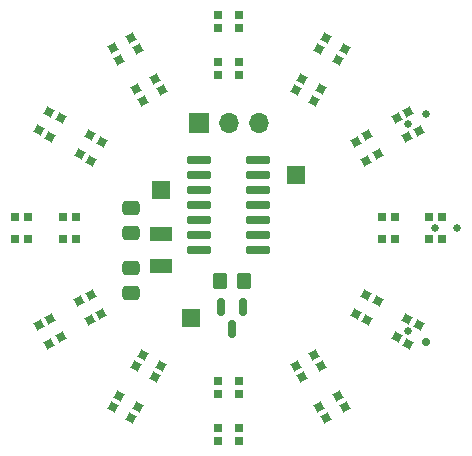
<source format=gts>
G04 #@! TF.GenerationSoftware,KiCad,Pcbnew,(6.0.11)*
G04 #@! TF.CreationDate,2023-03-16T10:59:56+01:00*
G04 #@! TF.ProjectId,Horloge,486f726c-6f67-4652-9e6b-696361645f70,rev?*
G04 #@! TF.SameCoordinates,Original*
G04 #@! TF.FileFunction,Soldermask,Top*
G04 #@! TF.FilePolarity,Negative*
%FSLAX46Y46*%
G04 Gerber Fmt 4.6, Leading zero omitted, Abs format (unit mm)*
G04 Created by KiCad (PCBNEW (6.0.11)) date 2023-03-16 10:59:56*
%MOMM*%
%LPD*%
G01*
G04 APERTURE LIST*
G04 Aperture macros list*
%AMRoundRect*
0 Rectangle with rounded corners*
0 $1 Rounding radius*
0 $2 $3 $4 $5 $6 $7 $8 $9 X,Y pos of 4 corners*
0 Add a 4 corners polygon primitive as box body*
4,1,4,$2,$3,$4,$5,$6,$7,$8,$9,$2,$3,0*
0 Add four circle primitives for the rounded corners*
1,1,$1+$1,$2,$3*
1,1,$1+$1,$4,$5*
1,1,$1+$1,$6,$7*
1,1,$1+$1,$8,$9*
0 Add four rect primitives between the rounded corners*
20,1,$1+$1,$2,$3,$4,$5,0*
20,1,$1+$1,$4,$5,$6,$7,0*
20,1,$1+$1,$6,$7,$8,$9,0*
20,1,$1+$1,$8,$9,$2,$3,0*%
%AMRotRect*
0 Rectangle, with rotation*
0 The origin of the aperture is its center*
0 $1 length*
0 $2 width*
0 $3 Rotation angle, in degrees counterclockwise*
0 Add horizontal line*
21,1,$1,$2,0,0,$3*%
G04 Aperture macros list end*
%ADD10R,0.700000X0.700000*%
%ADD11RotRect,0.700000X0.700000X120.000000*%
%ADD12RotRect,0.700000X0.700000X150.000000*%
%ADD13RoundRect,0.250000X0.475000X-0.337500X0.475000X0.337500X-0.475000X0.337500X-0.475000X-0.337500X0*%
%ADD14R,1.500000X1.500000*%
%ADD15RoundRect,0.250000X-0.350000X-0.450000X0.350000X-0.450000X0.350000X0.450000X-0.350000X0.450000X0*%
%ADD16R,1.700000X1.700000*%
%ADD17O,1.700000X1.700000*%
%ADD18RotRect,0.700000X0.700000X300.000000*%
%ADD19R,1.900000X1.150000*%
%ADD20RotRect,0.700000X0.700000X240.000000*%
%ADD21RotRect,0.700000X0.700000X330.000000*%
%ADD22RotRect,0.700000X0.700000X30.000000*%
%ADD23RoundRect,0.150000X-0.150000X0.587500X-0.150000X-0.587500X0.150000X-0.587500X0.150000X0.587500X0*%
%ADD24RotRect,0.700000X0.700000X210.000000*%
%ADD25RoundRect,0.250000X-0.475000X0.337500X-0.475000X-0.337500X0.475000X-0.337500X0.475000X0.337500X0*%
%ADD26RotRect,0.700000X0.700000X60.000000*%
%ADD27RoundRect,0.090000X-0.895000X-0.210000X0.895000X-0.210000X0.895000X0.210000X-0.895000X0.210000X0*%
%ADD28C,0.665000*%
%ADD29C,0.680000*%
%ADD30C,0.700000*%
%ADD31C,0.670000*%
G04 APERTURE END LIST*
D10*
X66870001Y-90524022D03*
X65770001Y-90524022D03*
X65770001Y-92354022D03*
X66870001Y-92354022D03*
D11*
X95487708Y-85749069D03*
X96440336Y-85199069D03*
X95525336Y-83614243D03*
X94572708Y-84164243D03*
D12*
X93096671Y-77223718D03*
X93646671Y-76271090D03*
X92061845Y-75356090D03*
X91511845Y-76308718D03*
D13*
X75565000Y-91842500D03*
X75565000Y-89767500D03*
D14*
X80645000Y-99060000D03*
D15*
X83090000Y-95905000D03*
X85090000Y-95905000D03*
D12*
X91083660Y-80680305D03*
X91633660Y-79727677D03*
X90048834Y-78812677D03*
X89498834Y-79765305D03*
D16*
X81280000Y-82550000D03*
D17*
X83820000Y-82550000D03*
X86360000Y-82550000D03*
D10*
X84735000Y-74490000D03*
X84735000Y-73390000D03*
X82905000Y-73390000D03*
X82905000Y-74490000D03*
D18*
X72146059Y-97120139D03*
X71193431Y-97670139D03*
X72108431Y-99254965D03*
X73061059Y-98704965D03*
D19*
X78105000Y-91995000D03*
X78105000Y-94695000D03*
D10*
X82905000Y-104390000D03*
X82905000Y-105490000D03*
X84735000Y-105490000D03*
X84735000Y-104390000D03*
D20*
X69603967Y-82162899D03*
X68651339Y-81612899D03*
X67736339Y-83197725D03*
X68688967Y-83747725D03*
D10*
X82905000Y-108389999D03*
X82905000Y-109489999D03*
X84735000Y-109489999D03*
X84735000Y-108389999D03*
D21*
X74543582Y-105656427D03*
X73993582Y-106609055D03*
X75578408Y-107524055D03*
X76128408Y-106571427D03*
D22*
X89501510Y-103113151D03*
X90051510Y-104065779D03*
X91636336Y-103150779D03*
X91086336Y-102198151D03*
D23*
X85040000Y-98122500D03*
X83140000Y-98122500D03*
X84090000Y-99997500D03*
D10*
X96770000Y-92355000D03*
X97870000Y-92355000D03*
X97870000Y-90525000D03*
X96770000Y-90525000D03*
D24*
X76149264Y-76296533D03*
X75599264Y-75343905D03*
X74014438Y-76258905D03*
X74564438Y-77211533D03*
D10*
X100769997Y-92365801D03*
X101869997Y-92365801D03*
X101869997Y-90535801D03*
X100769997Y-90535801D03*
X70870000Y-90525000D03*
X69770000Y-90525000D03*
X69770000Y-92355000D03*
X70870000Y-92355000D03*
D21*
X76545640Y-102193514D03*
X75995640Y-103146142D03*
X77580466Y-104061142D03*
X78130466Y-103108514D03*
D10*
X84735000Y-78490000D03*
X84735000Y-77390000D03*
X82905000Y-77390000D03*
X82905000Y-78490000D03*
D14*
X89535000Y-86995000D03*
D20*
X73066789Y-84165113D03*
X72114161Y-83615113D03*
X71199161Y-85199939D03*
X72151789Y-85749939D03*
D25*
X75565000Y-94847500D03*
X75565000Y-96922500D03*
D11*
X98954431Y-83753604D03*
X99907059Y-83203604D03*
X98992059Y-81618778D03*
X98039431Y-82168778D03*
D18*
X68681539Y-99119414D03*
X67728911Y-99669414D03*
X68643911Y-101254240D03*
X69596539Y-100704240D03*
D26*
X94578229Y-98706201D03*
X95530857Y-99256201D03*
X96445857Y-97671375D03*
X95493229Y-97121375D03*
D27*
X81345000Y-85725000D03*
X81345000Y-86995000D03*
X81345000Y-88265000D03*
X81345000Y-89535000D03*
X81345000Y-90805000D03*
X81345000Y-92075000D03*
X81345000Y-93345000D03*
X86295000Y-93345000D03*
X86295000Y-92075000D03*
X86295000Y-90805000D03*
X86295000Y-89535000D03*
X86295000Y-88265000D03*
X86295000Y-86995000D03*
X86295000Y-85725000D03*
D22*
X91501190Y-106577436D03*
X92051190Y-107530064D03*
X93636016Y-106615064D03*
X93086016Y-105662436D03*
D14*
X78105000Y-88265000D03*
D24*
X78146555Y-79762197D03*
X77596555Y-78809569D03*
X76011729Y-79724569D03*
X76561729Y-80677197D03*
D26*
X98039702Y-100710750D03*
X98992330Y-101260750D03*
X99907330Y-99675924D03*
X98954702Y-99125924D03*
D28*
X101335000Y-91440000D03*
D29*
X103135000Y-91440000D03*
D30*
X100550019Y-101092755D03*
D31*
X98991173Y-100192755D03*
D29*
X100546609Y-81781336D03*
D31*
X98987763Y-82681336D03*
M02*

</source>
